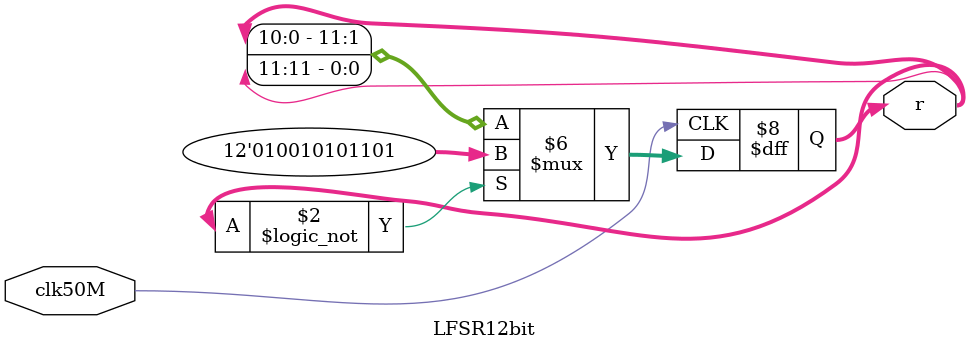
<source format=v>
module LFSR12bit(clk50M,r);
	input clk50M;
	output reg [11:0]r;
	

	initial
	begin
		r = 12'b010010101101;
	end
	
	always@(posedge clk50M) begin
		if (r == 12'b000000000000)
		begin
			r[11:0] <= 12'b010010101101;
		end
		
		
		else 
		begin
		r[11] <= r[7] ^ r[6];
		r <= {r[10:0],r[11]};		
		end
	end
	

endmodule


</source>
